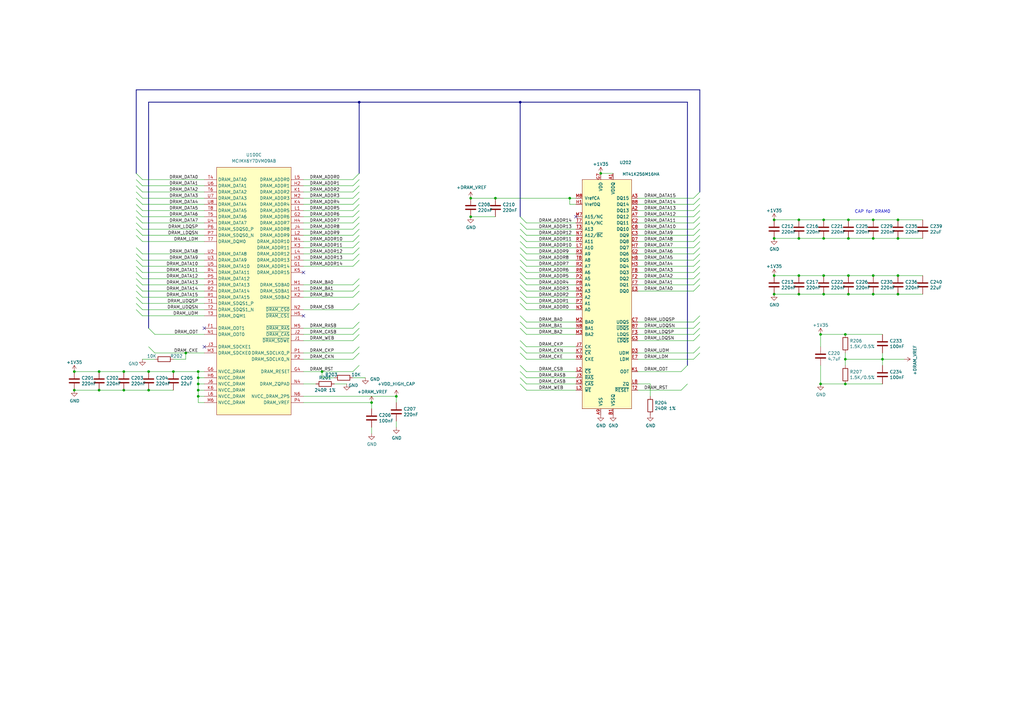
<source format=kicad_sch>
(kicad_sch (version 20210621) (generator eeschema)
  (paper "A3")
  (title_block (title "NekoInk Mainboard") (date "2021-08-21") (rev "R0.1") (company "Copyright 2021 Wenting Zhang") (comment 2 "MERCHANTABILITY, SATISFACTORY QUALITY AND FITNESS FOR A PARTICULAR PURPOSE.") (comment 3 "This source is distributed WITHOUT ANY EXPRESS OR IMPLIED WARRANTY, INCLUDING OF") (comment 4 "This source describes Open Hardware and is licensed under the CERN-OHL-P v2."))
  (junction (at 30.48 152.4) (diameter 0.9144))
  (junction (at 30.48 160.02) (diameter 0.9144))
  (junction (at 40.64 152.4) (diameter 0.9144))
  (junction (at 40.64 160.02) (diameter 0.9144))
  (junction (at 50.8 152.4) (diameter 0.9144))
  (junction (at 50.8 160.02) (diameter 0.9144))
  (junction (at 60.96 152.4) (diameter 0.9144))
  (junction (at 60.96 160.02) (diameter 0.9144))
  (junction (at 71.12 152.4) (diameter 0.9144))
  (junction (at 76.2 144.78) (diameter 0.9144))
  (junction (at 81.28 152.4) (diameter 0.9144))
  (junction (at 81.28 154.94) (diameter 0.9144))
  (junction (at 81.28 157.48) (diameter 0.9144))
  (junction (at 81.28 160.02) (diameter 0.9144))
  (junction (at 81.28 162.56) (diameter 0.9144))
  (junction (at 132.08 152.4) (diameter 0.9144))
  (junction (at 152.4 165.1) (diameter 0.9144))
  (junction (at 162.56 162.56) (diameter 0.9144))
  (junction (at 193.04 81.28) (diameter 0.9144))
  (junction (at 193.04 88.9) (diameter 0.9144))
  (junction (at 203.2 81.28) (diameter 0.9144))
  (junction (at 233.68 81.28) (diameter 0.9144))
  (junction (at 246.38 71.12) (diameter 0.9144))
  (junction (at 317.5 90.17) (diameter 0.9144))
  (junction (at 317.5 97.79) (diameter 0.9144))
  (junction (at 317.5 113.03) (diameter 0.9144))
  (junction (at 317.5 120.65) (diameter 0.9144))
  (junction (at 327.66 90.17) (diameter 0.9144))
  (junction (at 327.66 97.79) (diameter 0.9144))
  (junction (at 327.66 113.03) (diameter 0.9144))
  (junction (at 327.66 120.65) (diameter 0.9144))
  (junction (at 336.55 137.16) (diameter 0.9144))
  (junction (at 336.55 157.48) (diameter 0.9144))
  (junction (at 337.82 90.17) (diameter 0.9144))
  (junction (at 337.82 97.79) (diameter 0.9144))
  (junction (at 337.82 113.03) (diameter 0.9144))
  (junction (at 337.82 120.65) (diameter 0.9144))
  (junction (at 346.71 137.16) (diameter 0.9144))
  (junction (at 346.71 147.32) (diameter 0.9144))
  (junction (at 346.71 157.48) (diameter 0.9144))
  (junction (at 347.98 90.17) (diameter 0.9144))
  (junction (at 347.98 97.79) (diameter 0.9144))
  (junction (at 347.98 113.03) (diameter 0.9144))
  (junction (at 347.98 120.65) (diameter 0.9144))
  (junction (at 358.14 90.17) (diameter 0.9144))
  (junction (at 358.14 97.79) (diameter 0.9144))
  (junction (at 358.14 113.03) (diameter 0.9144))
  (junction (at 358.14 120.65) (diameter 0.9144))
  (junction (at 361.95 147.32) (diameter 0.9144))
  (junction (at 368.3 90.17) (diameter 0.9144))
  (junction (at 368.3 97.79) (diameter 0.9144))
  (junction (at 368.3 113.03) (diameter 0.9144))
  (junction (at 368.3 120.65) (diameter 0.9144))
  (junction (at 147.32 41.91) (diameter 0.9144))
  (junction (at 213.36 41.91) (diameter 0.9144))
  (no_connect (at 83.82 134.62))
  (no_connect (at 83.82 142.24))
  (no_connect (at 124.46 111.76))
  (no_connect (at 124.46 129.54))
  (no_connect (at 236.22 88.9))
  (bus_entry (at 58.42 73.66) (size -2.54 -2.54) (stroke (width 0.1524)))
  (bus_entry (at 58.42 76.2) (size -2.54 -2.54) (stroke (width 0.1524)))
  (bus_entry (at 58.42 78.74) (size -2.54 -2.54) (stroke (width 0.1524)))
  (bus_entry (at 58.42 81.28) (size -2.54 -2.54) (stroke (width 0.1524)))
  (bus_entry (at 58.42 83.82) (size -2.54 -2.54) (stroke (width 0.1524)))
  (bus_entry (at 58.42 86.36) (size -2.54 -2.54) (stroke (width 0.1524)))
  (bus_entry (at 58.42 88.9) (size -2.54 -2.54) (stroke (width 0.1524)))
  (bus_entry (at 58.42 91.44) (size -2.54 -2.54) (stroke (width 0.1524)))
  (bus_entry (at 58.42 93.98) (size -2.54 -2.54) (stroke (width 0.1524)))
  (bus_entry (at 58.42 96.52) (size -2.54 -2.54) (stroke (width 0.1524)))
  (bus_entry (at 58.42 99.06) (size -2.54 -2.54) (stroke (width 0.1524)))
  (bus_entry (at 58.42 104.14) (size -2.54 -2.54) (stroke (width 0.1524)))
  (bus_entry (at 58.42 106.68) (size -2.54 -2.54) (stroke (width 0.1524)))
  (bus_entry (at 58.42 109.22) (size -2.54 -2.54) (stroke (width 0.1524)))
  (bus_entry (at 58.42 111.76) (size -2.54 -2.54) (stroke (width 0.1524)))
  (bus_entry (at 58.42 114.3) (size -2.54 -2.54) (stroke (width 0.1524)))
  (bus_entry (at 58.42 116.84) (size -2.54 -2.54) (stroke (width 0.1524)))
  (bus_entry (at 58.42 119.38) (size -2.54 -2.54) (stroke (width 0.1524)))
  (bus_entry (at 58.42 121.92) (size -2.54 -2.54) (stroke (width 0.1524)))
  (bus_entry (at 58.42 124.46) (size -2.54 -2.54) (stroke (width 0.1524)))
  (bus_entry (at 58.42 127) (size -2.54 -2.54) (stroke (width 0.1524)))
  (bus_entry (at 58.42 129.54) (size -2.54 -2.54) (stroke (width 0.1524)))
  (bus_entry (at 63.5 137.16) (size -2.54 -2.54) (stroke (width 0.1524)))
  (bus_entry (at 63.5 144.78) (size -2.54 -2.54) (stroke (width 0.1524)))
  (bus_entry (at 144.78 73.66) (size 2.54 -2.54) (stroke (width 0.1524)))
  (bus_entry (at 144.78 76.2) (size 2.54 -2.54) (stroke (width 0.1524)))
  (bus_entry (at 144.78 78.74) (size 2.54 -2.54) (stroke (width 0.1524)))
  (bus_entry (at 144.78 81.28) (size 2.54 -2.54) (stroke (width 0.1524)))
  (bus_entry (at 144.78 83.82) (size 2.54 -2.54) (stroke (width 0.1524)))
  (bus_entry (at 144.78 86.36) (size 2.54 -2.54) (stroke (width 0.1524)))
  (bus_entry (at 144.78 88.9) (size 2.54 -2.54) (stroke (width 0.1524)))
  (bus_entry (at 144.78 91.44) (size 2.54 -2.54) (stroke (width 0.1524)))
  (bus_entry (at 144.78 93.98) (size 2.54 -2.54) (stroke (width 0.1524)))
  (bus_entry (at 144.78 96.52) (size 2.54 -2.54) (stroke (width 0.1524)))
  (bus_entry (at 144.78 99.06) (size 2.54 -2.54) (stroke (width 0.1524)))
  (bus_entry (at 144.78 101.6) (size 2.54 -2.54) (stroke (width 0.1524)))
  (bus_entry (at 144.78 104.14) (size 2.54 -2.54) (stroke (width 0.1524)))
  (bus_entry (at 144.78 106.68) (size 2.54 -2.54) (stroke (width 0.1524)))
  (bus_entry (at 144.78 109.22) (size 2.54 -2.54) (stroke (width 0.1524)))
  (bus_entry (at 144.78 116.84) (size 2.54 -2.54) (stroke (width 0.1524)))
  (bus_entry (at 144.78 119.38) (size 2.54 -2.54) (stroke (width 0.1524)))
  (bus_entry (at 144.78 121.92) (size 2.54 -2.54) (stroke (width 0.1524)))
  (bus_entry (at 144.78 127) (size 2.54 -2.54) (stroke (width 0.1524)))
  (bus_entry (at 144.78 134.62) (size 2.54 -2.54) (stroke (width 0.1524)))
  (bus_entry (at 144.78 137.16) (size 2.54 -2.54) (stroke (width 0.1524)))
  (bus_entry (at 144.78 139.7) (size 2.54 -2.54) (stroke (width 0.1524)))
  (bus_entry (at 144.78 144.78) (size 2.54 -2.54) (stroke (width 0.1524)))
  (bus_entry (at 144.78 147.32) (size 2.54 -2.54) (stroke (width 0.1524)))
  (bus_entry (at 144.78 152.4) (size 2.54 -2.54) (stroke (width 0.1524)))
  (bus_entry (at 213.36 88.9) (size 2.54 2.54) (stroke (width 0.1524)))
  (bus_entry (at 213.36 91.44) (size 2.54 2.54) (stroke (width 0.1524)))
  (bus_entry (at 213.36 93.98) (size 2.54 2.54) (stroke (width 0.1524)))
  (bus_entry (at 213.36 96.52) (size 2.54 2.54) (stroke (width 0.1524)))
  (bus_entry (at 213.36 99.06) (size 2.54 2.54) (stroke (width 0.1524)))
  (bus_entry (at 213.36 101.6) (size 2.54 2.54) (stroke (width 0.1524)))
  (bus_entry (at 213.36 104.14) (size 2.54 2.54) (stroke (width 0.1524)))
  (bus_entry (at 213.36 106.68) (size 2.54 2.54) (stroke (width 0.1524)))
  (bus_entry (at 213.36 109.22) (size 2.54 2.54) (stroke (width 0.1524)))
  (bus_entry (at 213.36 111.76) (size 2.54 2.54) (stroke (width 0.1524)))
  (bus_entry (at 213.36 114.3) (size 2.54 2.54) (stroke (width 0.1524)))
  (bus_entry (at 213.36 116.84) (size 2.54 2.54) (stroke (width 0.1524)))
  (bus_entry (at 213.36 119.38) (size 2.54 2.54) (stroke (width 0.1524)))
  (bus_entry (at 213.36 121.92) (size 2.54 2.54) (stroke (width 0.1524)))
  (bus_entry (at 213.36 124.46) (size 2.54 2.54) (stroke (width 0.1524)))
  (bus_entry (at 213.36 129.54) (size 2.54 2.54) (stroke (width 0.1524)))
  (bus_entry (at 213.36 132.08) (size 2.54 2.54) (stroke (width 0.1524)))
  (bus_entry (at 213.36 134.62) (size 2.54 2.54) (stroke (width 0.1524)))
  (bus_entry (at 213.36 139.7) (size 2.54 2.54) (stroke (width 0.1524)))
  (bus_entry (at 213.36 142.24) (size 2.54 2.54) (stroke (width 0.1524)))
  (bus_entry (at 213.36 144.78) (size 2.54 2.54) (stroke (width 0.1524)))
  (bus_entry (at 213.36 149.86) (size 2.54 2.54) (stroke (width 0.1524)))
  (bus_entry (at 213.36 152.4) (size 2.54 2.54) (stroke (width 0.1524)))
  (bus_entry (at 213.36 154.94) (size 2.54 2.54) (stroke (width 0.1524)))
  (bus_entry (at 213.36 157.48) (size 2.54 2.54) (stroke (width 0.1524)))
  (bus_entry (at 279.4 152.4) (size 2.54 -2.54) (stroke (width 0.1524)))
  (bus_entry (at 279.4 160.02) (size 2.54 -2.54) (stroke (width 0.1524)))
  (bus_entry (at 284.48 81.28) (size 2.54 -2.54) (stroke (width 0.1524)))
  (bus_entry (at 284.48 83.82) (size 2.54 -2.54) (stroke (width 0.1524)))
  (bus_entry (at 284.48 86.36) (size 2.54 -2.54) (stroke (width 0.1524)))
  (bus_entry (at 284.48 88.9) (size 2.54 -2.54) (stroke (width 0.1524)))
  (bus_entry (at 284.48 91.44) (size 2.54 -2.54) (stroke (width 0.1524)))
  (bus_entry (at 284.48 93.98) (size 2.54 -2.54) (stroke (width 0.1524)))
  (bus_entry (at 284.48 96.52) (size 2.54 -2.54) (stroke (width 0.1524)))
  (bus_entry (at 284.48 99.06) (size 2.54 -2.54) (stroke (width 0.1524)))
  (bus_entry (at 284.48 101.6) (size 2.54 -2.54) (stroke (width 0.1524)))
  (bus_entry (at 284.48 104.14) (size 2.54 -2.54) (stroke (width 0.1524)))
  (bus_entry (at 284.48 106.68) (size 2.54 -2.54) (stroke (width 0.1524)))
  (bus_entry (at 284.48 109.22) (size 2.54 -2.54) (stroke (width 0.1524)))
  (bus_entry (at 284.48 111.76) (size 2.54 -2.54) (stroke (width 0.1524)))
  (bus_entry (at 284.48 114.3) (size 2.54 -2.54) (stroke (width 0.1524)))
  (bus_entry (at 284.48 116.84) (size 2.54 -2.54) (stroke (width 0.1524)))
  (bus_entry (at 284.48 119.38) (size 2.54 -2.54) (stroke (width 0.1524)))
  (bus_entry (at 284.48 132.08) (size 2.54 -2.54) (stroke (width 0.1524)))
  (bus_entry (at 284.48 134.62) (size 2.54 -2.54) (stroke (width 0.1524)))
  (bus_entry (at 284.48 137.16) (size 2.54 -2.54) (stroke (width 0.1524)))
  (bus_entry (at 284.48 139.7) (size 2.54 -2.54) (stroke (width 0.1524)))
  (bus_entry (at 284.48 144.78) (size 2.54 -2.54) (stroke (width 0.1524)))
  (bus_entry (at 284.48 147.32) (size 2.54 -2.54) (stroke (width 0.1524)))
  (wire (pts (xy 30.48 152.4) (xy 40.64 152.4)))
  (wire (pts (xy 40.64 152.4) (xy 50.8 152.4)))
  (wire (pts (xy 40.64 160.02) (xy 30.48 160.02)))
  (wire (pts (xy 50.8 152.4) (xy 60.96 152.4)))
  (wire (pts (xy 50.8 160.02) (xy 40.64 160.02)))
  (wire (pts (xy 60.96 152.4) (xy 71.12 152.4)))
  (wire (pts (xy 60.96 160.02) (xy 50.8 160.02)))
  (wire (pts (xy 63.5 137.16) (xy 83.82 137.16)))
  (wire (pts (xy 63.5 144.78) (xy 76.2 144.78)))
  (wire (pts (xy 63.5 147.32) (xy 58.42 147.32)))
  (wire (pts (xy 71.12 152.4) (xy 81.28 152.4)))
  (wire (pts (xy 71.12 160.02) (xy 60.96 160.02)))
  (wire (pts (xy 76.2 144.78) (xy 76.2 147.32)))
  (wire (pts (xy 76.2 144.78) (xy 83.82 144.78)))
  (wire (pts (xy 76.2 147.32) (xy 71.12 147.32)))
  (wire (pts (xy 81.28 152.4) (xy 83.82 152.4)))
  (wire (pts (xy 81.28 154.94) (xy 81.28 152.4)))
  (wire (pts (xy 81.28 157.48) (xy 81.28 154.94)))
  (wire (pts (xy 81.28 160.02) (xy 81.28 157.48)))
  (wire (pts (xy 81.28 160.02) (xy 83.82 160.02)))
  (wire (pts (xy 81.28 162.56) (xy 81.28 160.02)))
  (wire (pts (xy 81.28 162.56) (xy 83.82 162.56)))
  (wire (pts (xy 81.28 165.1) (xy 81.28 162.56)))
  (wire (pts (xy 81.28 165.1) (xy 83.82 165.1)))
  (wire (pts (xy 83.82 73.66) (xy 58.42 73.66)))
  (wire (pts (xy 83.82 76.2) (xy 58.42 76.2)))
  (wire (pts (xy 83.82 78.74) (xy 58.42 78.74)))
  (wire (pts (xy 83.82 81.28) (xy 58.42 81.28)))
  (wire (pts (xy 83.82 83.82) (xy 58.42 83.82)))
  (wire (pts (xy 83.82 86.36) (xy 58.42 86.36)))
  (wire (pts (xy 83.82 88.9) (xy 58.42 88.9)))
  (wire (pts (xy 83.82 91.44) (xy 58.42 91.44)))
  (wire (pts (xy 83.82 93.98) (xy 58.42 93.98)))
  (wire (pts (xy 83.82 96.52) (xy 58.42 96.52)))
  (wire (pts (xy 83.82 99.06) (xy 58.42 99.06)))
  (wire (pts (xy 83.82 104.14) (xy 58.42 104.14)))
  (wire (pts (xy 83.82 106.68) (xy 58.42 106.68)))
  (wire (pts (xy 83.82 109.22) (xy 58.42 109.22)))
  (wire (pts (xy 83.82 111.76) (xy 58.42 111.76)))
  (wire (pts (xy 83.82 114.3) (xy 58.42 114.3)))
  (wire (pts (xy 83.82 116.84) (xy 58.42 116.84)))
  (wire (pts (xy 83.82 119.38) (xy 58.42 119.38)))
  (wire (pts (xy 83.82 121.92) (xy 58.42 121.92)))
  (wire (pts (xy 83.82 124.46) (xy 58.42 124.46)))
  (wire (pts (xy 83.82 127) (xy 58.42 127)))
  (wire (pts (xy 83.82 129.54) (xy 58.42 129.54)))
  (wire (pts (xy 83.82 154.94) (xy 81.28 154.94)))
  (wire (pts (xy 83.82 157.48) (xy 81.28 157.48)))
  (wire (pts (xy 124.46 157.48) (xy 129.54 157.48)))
  (wire (pts (xy 124.46 162.56) (xy 162.56 162.56)))
  (wire (pts (xy 124.46 165.1) (xy 152.4 165.1)))
  (wire (pts (xy 132.08 152.4) (xy 124.46 152.4)))
  (wire (pts (xy 132.08 154.94) (xy 132.08 152.4)))
  (wire (pts (xy 137.16 154.94) (xy 132.08 154.94)))
  (wire (pts (xy 137.16 157.48) (xy 142.24 157.48)))
  (wire (pts (xy 144.78 73.66) (xy 124.46 73.66)))
  (wire (pts (xy 144.78 76.2) (xy 124.46 76.2)))
  (wire (pts (xy 144.78 78.74) (xy 124.46 78.74)))
  (wire (pts (xy 144.78 81.28) (xy 124.46 81.28)))
  (wire (pts (xy 144.78 83.82) (xy 124.46 83.82)))
  (wire (pts (xy 144.78 86.36) (xy 124.46 86.36)))
  (wire (pts (xy 144.78 88.9) (xy 124.46 88.9)))
  (wire (pts (xy 144.78 91.44) (xy 124.46 91.44)))
  (wire (pts (xy 144.78 93.98) (xy 124.46 93.98)))
  (wire (pts (xy 144.78 96.52) (xy 124.46 96.52)))
  (wire (pts (xy 144.78 99.06) (xy 124.46 99.06)))
  (wire (pts (xy 144.78 101.6) (xy 124.46 101.6)))
  (wire (pts (xy 144.78 104.14) (xy 124.46 104.14)))
  (wire (pts (xy 144.78 106.68) (xy 124.46 106.68)))
  (wire (pts (xy 144.78 109.22) (xy 124.46 109.22)))
  (wire (pts (xy 144.78 116.84) (xy 124.46 116.84)))
  (wire (pts (xy 144.78 119.38) (xy 124.46 119.38)))
  (wire (pts (xy 144.78 121.92) (xy 124.46 121.92)))
  (wire (pts (xy 144.78 127) (xy 124.46 127)))
  (wire (pts (xy 144.78 134.62) (xy 124.46 134.62)))
  (wire (pts (xy 144.78 137.16) (xy 124.46 137.16)))
  (wire (pts (xy 144.78 139.7) (xy 124.46 139.7)))
  (wire (pts (xy 144.78 144.78) (xy 124.46 144.78)))
  (wire (pts (xy 144.78 147.32) (xy 124.46 147.32)))
  (wire (pts (xy 144.78 152.4) (xy 132.08 152.4)))
  (wire (pts (xy 144.78 154.94) (xy 149.86 154.94)))
  (wire (pts (xy 152.4 167.64) (xy 152.4 165.1)))
  (wire (pts (xy 152.4 177.8) (xy 152.4 175.26)))
  (wire (pts (xy 162.56 165.1) (xy 162.56 162.56)))
  (wire (pts (xy 162.56 172.72) (xy 162.56 175.26)))
  (wire (pts (xy 193.04 81.28) (xy 203.2 81.28)))
  (wire (pts (xy 203.2 81.28) (xy 233.68 81.28)))
  (wire (pts (xy 203.2 88.9) (xy 193.04 88.9)))
  (wire (pts (xy 215.9 91.44) (xy 236.22 91.44)))
  (wire (pts (xy 215.9 93.98) (xy 236.22 93.98)))
  (wire (pts (xy 215.9 96.52) (xy 236.22 96.52)))
  (wire (pts (xy 215.9 99.06) (xy 236.22 99.06)))
  (wire (pts (xy 215.9 101.6) (xy 236.22 101.6)))
  (wire (pts (xy 215.9 104.14) (xy 236.22 104.14)))
  (wire (pts (xy 215.9 106.68) (xy 236.22 106.68)))
  (wire (pts (xy 215.9 109.22) (xy 236.22 109.22)))
  (wire (pts (xy 215.9 111.76) (xy 236.22 111.76)))
  (wire (pts (xy 215.9 114.3) (xy 236.22 114.3)))
  (wire (pts (xy 215.9 116.84) (xy 236.22 116.84)))
  (wire (pts (xy 215.9 119.38) (xy 236.22 119.38)))
  (wire (pts (xy 215.9 121.92) (xy 236.22 121.92)))
  (wire (pts (xy 215.9 124.46) (xy 236.22 124.46)))
  (wire (pts (xy 215.9 127) (xy 236.22 127)))
  (wire (pts (xy 215.9 132.08) (xy 236.22 132.08)))
  (wire (pts (xy 215.9 134.62) (xy 236.22 134.62)))
  (wire (pts (xy 215.9 137.16) (xy 236.22 137.16)))
  (wire (pts (xy 215.9 142.24) (xy 236.22 142.24)))
  (wire (pts (xy 215.9 144.78) (xy 236.22 144.78)))
  (wire (pts (xy 215.9 147.32) (xy 236.22 147.32)))
  (wire (pts (xy 215.9 152.4) (xy 236.22 152.4)))
  (wire (pts (xy 215.9 154.94) (xy 236.22 154.94)))
  (wire (pts (xy 215.9 157.48) (xy 236.22 157.48)))
  (wire (pts (xy 215.9 160.02) (xy 236.22 160.02)))
  (wire (pts (xy 233.68 81.28) (xy 236.22 81.28)))
  (wire (pts (xy 233.68 83.82) (xy 233.68 81.28)))
  (wire (pts (xy 236.22 83.82) (xy 233.68 83.82)))
  (wire (pts (xy 246.38 71.12) (xy 251.46 71.12)))
  (wire (pts (xy 261.62 81.28) (xy 284.48 81.28)))
  (wire (pts (xy 261.62 83.82) (xy 284.48 83.82)))
  (wire (pts (xy 261.62 86.36) (xy 284.48 86.36)))
  (wire (pts (xy 261.62 88.9) (xy 284.48 88.9)))
  (wire (pts (xy 261.62 91.44) (xy 284.48 91.44)))
  (wire (pts (xy 261.62 93.98) (xy 284.48 93.98)))
  (wire (pts (xy 261.62 96.52) (xy 284.48 96.52)))
  (wire (pts (xy 261.62 99.06) (xy 284.48 99.06)))
  (wire (pts (xy 261.62 101.6) (xy 284.48 101.6)))
  (wire (pts (xy 261.62 104.14) (xy 284.48 104.14)))
  (wire (pts (xy 261.62 106.68) (xy 284.48 106.68)))
  (wire (pts (xy 261.62 109.22) (xy 284.48 109.22)))
  (wire (pts (xy 261.62 111.76) (xy 284.48 111.76)))
  (wire (pts (xy 261.62 114.3) (xy 284.48 114.3)))
  (wire (pts (xy 261.62 116.84) (xy 284.48 116.84)))
  (wire (pts (xy 261.62 119.38) (xy 284.48 119.38)))
  (wire (pts (xy 261.62 132.08) (xy 284.48 132.08)))
  (wire (pts (xy 261.62 134.62) (xy 284.48 134.62)))
  (wire (pts (xy 261.62 137.16) (xy 284.48 137.16)))
  (wire (pts (xy 261.62 139.7) (xy 284.48 139.7)))
  (wire (pts (xy 261.62 144.78) (xy 284.48 144.78)))
  (wire (pts (xy 261.62 147.32) (xy 284.48 147.32)))
  (wire (pts (xy 261.62 157.48) (xy 266.7 157.48)))
  (wire (pts (xy 261.62 160.02) (xy 279.4 160.02)))
  (wire (pts (xy 266.7 157.48) (xy 266.7 162.56)))
  (wire (pts (xy 279.4 152.4) (xy 261.62 152.4)))
  (wire (pts (xy 327.66 90.17) (xy 317.5 90.17)))
  (wire (pts (xy 327.66 90.17) (xy 337.82 90.17)))
  (wire (pts (xy 327.66 97.79) (xy 317.5 97.79)))
  (wire (pts (xy 327.66 97.79) (xy 337.82 97.79)))
  (wire (pts (xy 327.66 113.03) (xy 317.5 113.03)))
  (wire (pts (xy 327.66 113.03) (xy 337.82 113.03)))
  (wire (pts (xy 327.66 120.65) (xy 317.5 120.65)))
  (wire (pts (xy 327.66 120.65) (xy 337.82 120.65)))
  (wire (pts (xy 336.55 137.16) (xy 336.55 142.24)))
  (wire (pts (xy 336.55 137.16) (xy 346.71 137.16)))
  (wire (pts (xy 336.55 149.86) (xy 336.55 157.48)))
  (wire (pts (xy 337.82 90.17) (xy 347.98 90.17)))
  (wire (pts (xy 337.82 113.03) (xy 347.98 113.03)))
  (wire (pts (xy 346.71 137.16) (xy 361.95 137.16)))
  (wire (pts (xy 346.71 144.78) (xy 346.71 147.32)))
  (wire (pts (xy 346.71 147.32) (xy 346.71 149.86)))
  (wire (pts (xy 346.71 147.32) (xy 361.95 147.32)))
  (wire (pts (xy 346.71 157.48) (xy 336.55 157.48)))
  (wire (pts (xy 347.98 97.79) (xy 337.82 97.79)))
  (wire (pts (xy 347.98 120.65) (xy 337.82 120.65)))
  (wire (pts (xy 358.14 90.17) (xy 347.98 90.17)))
  (wire (pts (xy 358.14 97.79) (xy 347.98 97.79)))
  (wire (pts (xy 358.14 113.03) (xy 347.98 113.03)))
  (wire (pts (xy 358.14 120.65) (xy 347.98 120.65)))
  (wire (pts (xy 361.95 144.78) (xy 361.95 147.32)))
  (wire (pts (xy 361.95 147.32) (xy 361.95 149.86)))
  (wire (pts (xy 361.95 157.48) (xy 346.71 157.48)))
  (wire (pts (xy 368.3 90.17) (xy 358.14 90.17)))
  (wire (pts (xy 368.3 97.79) (xy 358.14 97.79)))
  (wire (pts (xy 368.3 113.03) (xy 358.14 113.03)))
  (wire (pts (xy 368.3 120.65) (xy 358.14 120.65)))
  (wire (pts (xy 370.84 147.32) (xy 361.95 147.32)))
  (wire (pts (xy 378.46 90.17) (xy 368.3 90.17)))
  (wire (pts (xy 378.46 97.79) (xy 368.3 97.79)))
  (wire (pts (xy 378.46 113.03) (xy 368.3 113.03)))
  (wire (pts (xy 378.46 120.65) (xy 368.3 120.65)))
  (bus (pts (xy 55.88 36.83) (xy 55.88 127)))
  (bus (pts (xy 55.88 36.83) (xy 287.02 36.83)))
  (bus (pts (xy 60.96 41.91) (xy 60.96 142.24)))
  (bus (pts (xy 60.96 41.91) (xy 147.32 41.91)))
  (bus (pts (xy 147.32 41.91) (xy 147.32 149.86)))
  (bus (pts (xy 147.32 41.91) (xy 213.36 41.91)))
  (bus (pts (xy 213.36 41.91) (xy 213.36 157.48)))
  (bus (pts (xy 213.36 41.91) (xy 281.94 41.91)))
  (bus (pts (xy 281.94 41.91) (xy 281.94 157.48)))
  (bus (pts (xy 287.02 36.83) (xy 287.02 144.78)))
  (text "CAP for DRAM0" (at 350.52 87.63 0) (effects (font (size 1.27 1.27)) (justify left bottom)))
  (label "DRAM_DATA0" (at 81.28 73.66 180))
  (label "DRAM_DATA1" (at 81.28 76.2 180))
  (label "DRAM_DATA2" (at 81.28 78.74 180))
  (label "DRAM_DATA3" (at 81.28 81.28 180))
  (label "DRAM_DATA4" (at 81.28 83.82 180))
  (label "DRAM_DATA5" (at 81.28 86.36 180))
  (label "DRAM_DATA6" (at 81.28 88.9 180))
  (label "DRAM_DATA7" (at 81.28 91.44 180))
  (label "DRAM_LDQSP" (at 81.28 93.98 180))
  (label "DRAM_LDQSN" (at 81.28 96.52 180))
  (label "DRAM_LDM" (at 81.28 99.06 180))
  (label "DRAM_DATA8" (at 81.28 104.14 180))
  (label "DRAM_DATA9" (at 81.28 106.68 180))
  (label "DRAM_DATA10" (at 81.28 109.22 180))
  (label "DRAM_DATA11" (at 81.28 111.76 180))
  (label "DRAM_DATA12" (at 81.28 114.3 180))
  (label "DRAM_DATA13" (at 81.28 116.84 180))
  (label "DRAM_DATA14" (at 81.28 119.38 180))
  (label "DRAM_DATA15" (at 81.28 121.92 180))
  (label "DRAM_UDQSP" (at 81.28 124.46 180))
  (label "DRAM_UDQSN" (at 81.28 127 180))
  (label "DRAM_UDM" (at 81.28 129.54 180))
  (label "DRAM_ODT" (at 81.28 137.16 180))
  (label "DRAM_CKE" (at 81.28 144.78 180))
  (label "DRAM_ADDR0" (at 127 73.66 0))
  (label "DRAM_ADDR1" (at 127 76.2 0))
  (label "DRAM_ADDR2" (at 127 78.74 0))
  (label "DRAM_ADDR3" (at 127 81.28 0))
  (label "DRAM_ADDR4" (at 127 83.82 0))
  (label "DRAM_ADDR5" (at 127 86.36 0))
  (label "DRAM_ADDR6" (at 127 88.9 0))
  (label "DRAM_ADDR7" (at 127 91.44 0))
  (label "DRAM_ADDR8" (at 127 93.98 0))
  (label "DRAM_ADDR9" (at 127 96.52 0))
  (label "DRAM_ADDR10" (at 127 99.06 0))
  (label "DRAM_ADDR11" (at 127 101.6 0))
  (label "DRAM_ADDR12" (at 127 104.14 0))
  (label "DRAM_ADDR13" (at 127 106.68 0))
  (label "DRAM_ADDR14" (at 127 109.22 0))
  (label "DRAM_BA0" (at 127 116.84 0))
  (label "DRAM_BA1" (at 127 119.38 0))
  (label "DRAM_BA2" (at 127 121.92 0))
  (label "DRAM_CSB" (at 127 127 0))
  (label "DRAM_RASB" (at 127 134.62 0))
  (label "DRAM_CASB" (at 127 137.16 0))
  (label "DRAM_WEB" (at 127 139.7 0))
  (label "DRAM_CKP" (at 127 144.78 0))
  (label "DRAM_CKN" (at 127 147.32 0))
  (label "DRAM_RST" (at 127 152.4 0))
  (label "DRAM_ADDR14" (at 220.98 91.44 0))
  (label "DRAM_ADDR13" (at 220.98 93.98 0))
  (label "DRAM_ADDR12" (at 220.98 96.52 0))
  (label "DRAM_ADDR11" (at 220.98 99.06 0))
  (label "DRAM_ADDR10" (at 220.98 101.6 0))
  (label "DRAM_ADDR9" (at 220.98 104.14 0))
  (label "DRAM_ADDR8" (at 220.98 106.68 0))
  (label "DRAM_ADDR7" (at 220.98 109.22 0))
  (label "DRAM_ADDR6" (at 220.98 111.76 0))
  (label "DRAM_ADDR5" (at 220.98 114.3 0))
  (label "DRAM_ADDR4" (at 220.98 116.84 0))
  (label "DRAM_ADDR3" (at 220.98 119.38 0))
  (label "DRAM_ADDR2" (at 220.98 121.92 0))
  (label "DRAM_ADDR1" (at 220.98 124.46 0))
  (label "DRAM_ADDR0" (at 220.98 127 0))
  (label "DRAM_BA0" (at 220.98 132.08 0))
  (label "DRAM_BA1" (at 220.98 134.62 0))
  (label "DRAM_BA2" (at 220.98 137.16 0))
  (label "DRAM_CKP" (at 220.98 142.24 0))
  (label "DRAM_CKN" (at 220.98 144.78 0))
  (label "DRAM_CKE" (at 220.98 147.32 0))
  (label "DRAM_CSB" (at 220.98 152.4 0))
  (label "DRAM_RASB" (at 220.98 154.94 0))
  (label "DRAM_CASB" (at 220.98 157.48 0))
  (label "DRAM_WEB" (at 220.98 160.02 0))
  (label "DRAM_DATA15" (at 264.16 81.28 0))
  (label "DRAM_DATA14" (at 264.16 83.82 0))
  (label "DRAM_DATA13" (at 264.16 86.36 0))
  (label "DRAM_DATA12" (at 264.16 88.9 0))
  (label "DRAM_DATA11" (at 264.16 91.44 0))
  (label "DRAM_DATA10" (at 264.16 93.98 0))
  (label "DRAM_DATA9" (at 264.16 96.52 0))
  (label "DRAM_DATA8" (at 264.16 99.06 0))
  (label "DRAM_DATA7" (at 264.16 101.6 0))
  (label "DRAM_DATA6" (at 264.16 104.14 0))
  (label "DRAM_DATA5" (at 264.16 106.68 0))
  (label "DRAM_DATA4" (at 264.16 109.22 0))
  (label "DRAM_DATA3" (at 264.16 111.76 0))
  (label "DRAM_DATA2" (at 264.16 114.3 0))
  (label "DRAM_DATA1" (at 264.16 116.84 0))
  (label "DRAM_DATA0" (at 264.16 119.38 0))
  (label "DRAM_UDQSP" (at 264.16 132.08 0))
  (label "DRAM_UDQSN" (at 264.16 134.62 0))
  (label "DRAM_LDQSP" (at 264.16 137.16 0))
  (label "DRAM_LDQSN" (at 264.16 139.7 0))
  (label "DRAM_UDM" (at 264.16 144.78 0))
  (label "DRAM_LDM" (at 264.16 147.32 0))
  (label "DRAM_ODT" (at 264.16 152.4 0))
  (label "DRAM_RST" (at 264.16 160.02 0))
  (symbol (lib_id "power:+1V35") (at 30.48 152.4 0) (unit 1)
    (property "Reference" "#PWR0154" (effects hide))
    (property "Value" "+1V35" (at 30.48 148.59 0))
  )
  (symbol (lib_id "symbols:+DRAM_VREF") (at 152.4 165.1 0) (unit 1)
    (property "Reference" "#PWR0206" (effects hide))
    (property "Value" "+DRAM_VREF" (at 152.781 160.7058 0))
  )
  (symbol (lib_id "symbols:+VDD_HIGH_CAP") (at 162.56 162.56 0) (unit 1)
    (property "Reference" "#PWR0116" (effects hide))
    (property "Value" "+VDD_HIGH_CAP" (at 162.56 157.48 0))
  )
  (symbol (lib_id "symbols:+DRAM_VREF") (at 193.04 81.28 0) (unit 1)
    (property "Reference" "#PWR0210" (effects hide))
    (property "Value" "+DRAM_VREF" (at 193.421 76.8858 0))
  )
  (symbol (lib_id "power:+1V35") (at 246.38 71.12 0) (unit 1)
    (property "Reference" "#PWR0214" (effects hide))
    (property "Value" "+1V35" (at 246.38 67.31 0))
  )
  (symbol (lib_id "power:+1V35") (at 317.5 90.17 0) (unit 1)
    (property "Reference" "#PWR0222" (effects hide))
    (property "Value" "+1V35" (at 317.5 86.36 0))
  )
  (symbol (lib_id "power:+1V35") (at 317.5 113.03 0) (unit 1)
    (property "Reference" "#PWR0224" (effects hide))
    (property "Value" "+1V35" (at 317.5 109.22 0))
  )
  (symbol (lib_id "power:+1V35") (at 336.55 137.16 0) (unit 1)
    (property "Reference" "#PWR0230" (effects hide))
    (property "Value" "+1V35" (at 336.55 133.35 0))
  )
  (symbol (lib_id "symbols:+DRAM_VREF") (at 370.84 147.32 270) (unit 1)
    (property "Reference" "#PWR0232" (effects hide))
    (property "Value" "+DRAM_VREF" (at 375.2342 147.701 0))
  )
  (symbol (lib_id "power:GND") (at 30.48 160.02 0) (unit 1)
    (property "Reference" "#PWR0202" (effects hide))
    (property "Value" "GND" (at 30.607 164.4142 0))
  )
  (symbol (lib_id "power:GND") (at 58.42 147.32 0) (unit 1)
    (property "Reference" "#PWR0204" (effects hide))
    (property "Value" "GND" (at 54.737 149.1742 0))
  )
  (symbol (lib_id "power:GND") (at 142.24 157.48 0) (unit 1)
    (property "Reference" "#PWR0203" (effects hide))
    (property "Value" "GND" (at 144.907 158.0642 0))
  )
  (symbol (lib_id "power:GND") (at 149.86 154.94 0) (unit 1)
    (property "Reference" "#PWR0205" (effects hide))
    (property "Value" "GND" (at 153.797 155.5242 0))
  )
  (symbol (lib_id "power:GND") (at 152.4 177.8 0) (unit 1)
    (property "Reference" "#PWR0207" (effects hide))
    (property "Value" "GND" (at 152.527 182.1942 0))
  )
  (symbol (lib_id "power:GND") (at 162.56 175.26 0) (unit 1)
    (property "Reference" "#PWR0209" (effects hide))
    (property "Value" "GND" (at 162.687 179.6542 0))
  )
  (symbol (lib_id "power:GND") (at 193.04 88.9 0) (unit 1)
    (property "Reference" "#PWR0211" (effects hide))
    (property "Value" "GND" (at 193.167 93.2942 0))
  )
  (symbol (lib_id "power:GND") (at 246.38 170.18 0) (unit 1)
    (property "Reference" "#PWR0215" (effects hide))
    (property "Value" "GND" (at 246.507 174.5742 0))
  )
  (symbol (lib_id "power:GND") (at 251.46 170.18 0) (unit 1)
    (property "Reference" "#PWR0218" (effects hide))
    (property "Value" "GND" (at 251.587 174.5742 0))
  )
  (symbol (lib_id "power:GND") (at 266.7 170.18 0) (unit 1)
    (property "Reference" "#PWR0220" (effects hide))
    (property "Value" "GND" (at 266.827 174.5742 0))
  )
  (symbol (lib_id "power:GND") (at 317.5 97.79 0) (unit 1)
    (property "Reference" "#PWR0223" (effects hide))
    (property "Value" "GND" (at 317.627 102.1842 0))
  )
  (symbol (lib_id "power:GND") (at 317.5 120.65 0) (unit 1)
    (property "Reference" "#PWR0225" (effects hide))
    (property "Value" "GND" (at 317.627 125.0442 0))
  )
  (symbol (lib_id "power:GND") (at 336.55 157.48 0) (unit 1)
    (property "Reference" "#PWR0231" (effects hide))
    (property "Value" "GND" (at 336.677 161.8742 0))
  )
  (symbol (lib_id "Device:R") (at 67.31 147.32 90) (mirror x) (unit 1)
    (property "Reference" "R202" (at 72.39 146.05 90))
    (property "Value" "10K" (at 62.23 146.05 90))
    (property "Footprint" "Resistor_SMD:R_0402_1005Metric" (effects hide))
  )
  (symbol (lib_id "Device:R") (at 133.35 157.48 270) (unit 1)
    (property "Reference" "R201" (at 133.35 154.94 90))
    (property "Value" "240R 1%" (at 133.35 160.02 90))
    (property "Footprint" "Resistor_SMD:R_0402_1005Metric" (effects hide))
  )
  (symbol (lib_id "Device:R") (at 140.97 154.94 270) (unit 1)
    (property "Reference" "R203" (at 135.89 153.67 90))
    (property "Value" "10K" (at 146.05 153.67 90))
    (property "Footprint" "Resistor_SMD:R_0402_1005Metric" (effects hide))
  )
  (symbol (lib_id "Device:R") (at 266.7 166.37 0) (unit 1)
    (property "Reference" "R204" (at 268.478 165.2016 0) (effects (justify left)))
    (property "Value" "240R 1%" (at 268.478 167.513 0) (effects (justify left)))
    (property "Footprint" "Resistor_SMD:R_0402_1005Metric" (effects hide))
  )
  (symbol (lib_id "Device:R") (at 346.71 140.97 0) (unit 1)
    (property "Reference" "R206" (at 348.488 139.8016 0) (effects (justify left)))
    (property "Value" "1.5K/0.5%" (at 348.488 142.113 0) (effects (justify left)))
    (property "Footprint" "Resistor_SMD:R_0402_1005Metric" (effects hide))
  )
  (symbol (lib_id "Device:R") (at 346.71 153.67 0) (unit 1)
    (property "Reference" "R207" (at 348.488 152.5016 0) (effects (justify left)))
    (property "Value" "1.5K/0.5%" (at 348.488 154.813 0) (effects (justify left)))
    (property "Footprint" "Resistor_SMD:R_0402_1005Metric" (effects hide))
  )
  (symbol (lib_id "Device:C") (at 30.48 156.21 0) (unit 1)
    (property "Reference" "C201" (at 33.401 155.0416 0) (effects (justify left)))
    (property "Value" "220nF" (at 33.401 157.353 0) (effects (justify left)))
    (property "Footprint" "Capacitor_SMD:C_0402_1005Metric" (effects hide))
  )
  (symbol (lib_id "Device:C") (at 40.64 156.21 0) (unit 1)
    (property "Reference" "C202" (at 43.561 155.0416 0) (effects (justify left)))
    (property "Value" "220nF" (at 43.561 157.353 0) (effects (justify left)))
    (property "Footprint" "Capacitor_SMD:C_0402_1005Metric" (effects hide))
  )
  (symbol (lib_id "Device:C") (at 50.8 156.21 0) (unit 1)
    (property "Reference" "C203" (at 53.721 155.0416 0) (effects (justify left)))
    (property "Value" "220nF" (at 53.721 157.353 0) (effects (justify left)))
    (property "Footprint" "Capacitor_SMD:C_0402_1005Metric" (effects hide))
  )
  (symbol (lib_id "Device:C") (at 60.96 156.21 0) (unit 1)
    (property "Reference" "C204" (at 63.881 155.0416 0) (effects (justify left)))
    (property "Value" "220nF" (at 63.881 157.353 0) (effects (justify left)))
    (property "Footprint" "Capacitor_SMD:C_0402_1005Metric" (effects hide))
  )
  (symbol (lib_id "Device:C") (at 71.12 156.21 0) (unit 1)
    (property "Reference" "C205" (at 74.041 155.0416 0) (effects (justify left)))
    (property "Value" "22uF" (at 74.041 157.353 0) (effects (justify left)))
    (property "Footprint" "Capacitor_SMD:C_0603_1608Metric" (effects hide))
  )
  (symbol (lib_id "Device:C") (at 152.4 171.45 0) (unit 1)
    (property "Reference" "C206" (at 155.321 170.2816 0) (effects (justify left)))
    (property "Value" "100nF" (at 155.321 172.593 0) (effects (justify left)))
    (property "Footprint" "Capacitor_SMD:C_0402_1005Metric" (effects hide))
  )
  (symbol (lib_id "Device:C") (at 162.56 168.91 0) (unit 1)
    (property "Reference" "C207" (at 165.481 167.7416 0) (effects (justify left)))
    (property "Value" "220nF" (at 165.481 170.053 0) (effects (justify left)))
    (property "Footprint" "Capacitor_SMD:C_0402_1005Metric" (effects hide))
  )
  (symbol (lib_id "Device:C") (at 193.04 85.09 0) (unit 1)
    (property "Reference" "C208" (at 195.961 83.9216 0) (effects (justify left)))
    (property "Value" "220nF" (at 195.961 86.233 0) (effects (justify left)))
    (property "Footprint" "Capacitor_SMD:C_0402_1005Metric" (effects hide))
  )
  (symbol (lib_id "Device:C") (at 203.2 85.09 0) (unit 1)
    (property "Reference" "C210" (at 206.121 83.9216 0) (effects (justify left)))
    (property "Value" "220nF" (at 206.121 86.233 0) (effects (justify left)))
    (property "Footprint" "Capacitor_SMD:C_0402_1005Metric" (effects hide))
  )
  (symbol (lib_id "Device:C") (at 317.5 93.98 0) (unit 1)
    (property "Reference" "C212" (at 320.421 92.8116 0) (effects (justify left)))
    (property "Value" "220nF" (at 320.421 95.123 0) (effects (justify left)))
    (property "Footprint" "Capacitor_SMD:C_0402_1005Metric" (effects hide))
  )
  (symbol (lib_id "Device:C") (at 317.5 116.84 0) (unit 1)
    (property "Reference" "C213" (at 320.421 115.6716 0) (effects (justify left)))
    (property "Value" "220nF" (at 320.421 117.983 0) (effects (justify left)))
    (property "Footprint" "Capacitor_SMD:C_0402_1005Metric" (effects hide))
  )
  (symbol (lib_id "Device:C") (at 327.66 93.98 0) (unit 1)
    (property "Reference" "C216" (at 330.581 92.8116 0) (effects (justify left)))
    (property "Value" "220nF" (at 330.581 95.123 0) (effects (justify left)))
    (property "Footprint" "Capacitor_SMD:C_0402_1005Metric" (effects hide))
  )
  (symbol (lib_id "Device:C") (at 327.66 116.84 0) (unit 1)
    (property "Reference" "C217" (at 330.581 115.6716 0) (effects (justify left)))
    (property "Value" "220nF" (at 330.581 117.983 0) (effects (justify left)))
    (property "Footprint" "Capacitor_SMD:C_0402_1005Metric" (effects hide))
  )
  (symbol (lib_id "Device:C") (at 336.55 146.05 0) (unit 1)
    (property "Reference" "C220" (at 339.471 144.8816 0) (effects (justify left)))
    (property "Value" "4.7uF" (at 339.471 147.193 0) (effects (justify left)))
    (property "Footprint" "Capacitor_SMD:C_0603_1608Metric" (effects hide))
  )
  (symbol (lib_id "Device:C") (at 337.82 93.98 0) (unit 1)
    (property "Reference" "C221" (at 340.741 92.8116 0) (effects (justify left)))
    (property "Value" "220nF" (at 340.741 95.123 0) (effects (justify left)))
    (property "Footprint" "Capacitor_SMD:C_0402_1005Metric" (effects hide))
  )
  (symbol (lib_id "Device:C") (at 337.82 116.84 0) (unit 1)
    (property "Reference" "C222" (at 340.741 115.6716 0) (effects (justify left)))
    (property "Value" "220nF" (at 340.741 117.983 0) (effects (justify left)))
    (property "Footprint" "Capacitor_SMD:C_0402_1005Metric" (effects hide))
  )
  (symbol (lib_id "Device:C") (at 347.98 93.98 0) (unit 1)
    (property "Reference" "C225" (at 350.901 92.8116 0) (effects (justify left)))
    (property "Value" "220nF" (at 350.901 95.123 0) (effects (justify left)))
    (property "Footprint" "Capacitor_SMD:C_0402_1005Metric" (effects hide))
  )
  (symbol (lib_id "Device:C") (at 347.98 116.84 0) (unit 1)
    (property "Reference" "C226" (at 350.901 115.6716 0) (effects (justify left)))
    (property "Value" "220nF" (at 350.901 117.983 0) (effects (justify left)))
    (property "Footprint" "Capacitor_SMD:C_0402_1005Metric" (effects hide))
  )
  (symbol (lib_id "Device:C") (at 358.14 93.98 0) (unit 1)
    (property "Reference" "C229" (at 361.061 92.8116 0) (effects (justify left)))
    (property "Value" "220nF" (at 361.061 95.123 0) (effects (justify left)))
    (property "Footprint" "Capacitor_SMD:C_0402_1005Metric" (effects hide))
  )
  (symbol (lib_id "Device:C") (at 358.14 116.84 0) (unit 1)
    (property "Reference" "C230" (at 361.061 115.6716 0) (effects (justify left)))
    (property "Value" "220nF" (at 361.061 117.983 0) (effects (justify left)))
    (property "Footprint" "Capacitor_SMD:C_0402_1005Metric" (effects hide))
  )
  (symbol (lib_id "Device:C") (at 361.95 140.97 0) (unit 1)
    (property "Reference" "C233" (at 364.871 139.8016 0) (effects (justify left)))
    (property "Value" "100nF" (at 364.871 142.113 0) (effects (justify left)))
    (property "Footprint" "Capacitor_SMD:C_0402_1005Metric" (effects hide))
  )
  (symbol (lib_id "Device:C") (at 361.95 153.67 0) (unit 1)
    (property "Reference" "C234" (at 364.871 152.5016 0) (effects (justify left)))
    (property "Value" "100nF" (at 364.871 154.813 0) (effects (justify left)))
    (property "Footprint" "Capacitor_SMD:C_0402_1005Metric" (effects hide))
  )
  (symbol (lib_id "Device:C") (at 368.3 93.98 0) (unit 1)
    (property "Reference" "C235" (at 371.221 92.8116 0) (effects (justify left)))
    (property "Value" "220nF" (at 371.221 95.123 0) (effects (justify left)))
    (property "Footprint" "Capacitor_SMD:C_0402_1005Metric" (effects hide))
  )
  (symbol (lib_id "Device:C") (at 368.3 116.84 0) (unit 1)
    (property "Reference" "C236" (at 371.221 115.6716 0) (effects (justify left)))
    (property "Value" "220nF" (at 371.221 117.983 0) (effects (justify left)))
    (property "Footprint" "Capacitor_SMD:C_0402_1005Metric" (effects hide))
  )
  (symbol (lib_id "Device:C") (at 378.46 93.98 0) (unit 1)
    (property "Reference" "C239" (at 381.381 92.8116 0) (effects (justify left)))
    (property "Value" "22uF" (at 381.381 95.123 0) (effects (justify left)))
    (property "Footprint" "Capacitor_SMD:C_0603_1608Metric" (effects hide))
  )
  (symbol (lib_id "Device:C") (at 378.46 116.84 0) (unit 1)
    (property "Reference" "C240" (at 381.381 115.6716 0) (effects (justify left)))
    (property "Value" "22uF" (at 381.381 117.983 0) (effects (justify left)))
    (property "Footprint" "Capacitor_SMD:C_0603_1608Metric" (effects hide))
  )
  (symbol (lib_id "symbols:MT41K256M16HA") (at 248.92 71.12 0) (unit 1)
    (property "Reference" "U202" (at 256.54 66.675 0) (effects (font (size 1.1938 1.1938))))
    (property "Value" "MT41K256M16HA" (at 262.89 71.4248 0) (effects (font (size 1.1938 1.1938))))
    (property "Footprint" "footprints:BGA-96_9.0x13.0mm_P0.8mm" (effects hide))
  )
  (symbol (lib_id "symbols:MCIMX6Y7DVM09AB") (at 104.14 63.5 0) (mirror y) (unit 3)
    (property "Reference" "U100" (at 104.14 63.5 0))
    (property "Value" "MCIMX6Y7DVM09AB" (at 104.14 66.04 0))
    (property "Footprint" "footprints:BGA-289_17x17_14.0x14.0mm" (effects hide))
  )
)
</source>
